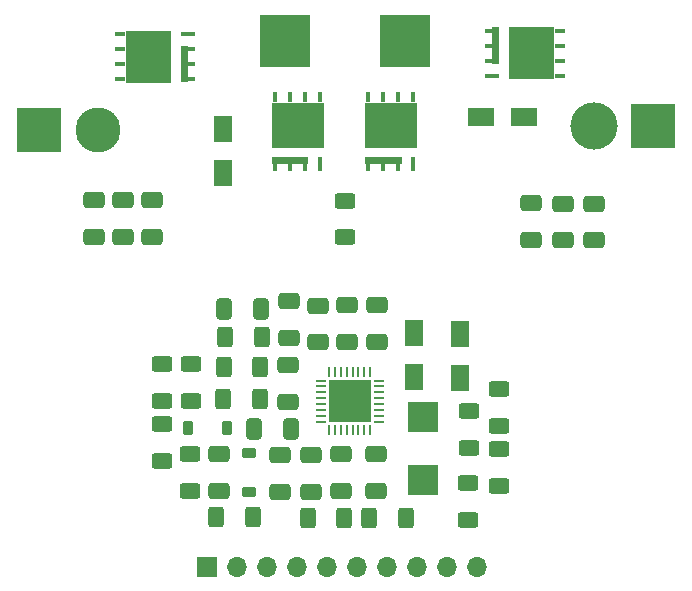
<source format=gts>
G04 #@! TF.GenerationSoftware,KiCad,Pcbnew,7.0.1*
G04 #@! TF.CreationDate,2023-11-01T02:09:25-07:00*
G04 #@! TF.ProjectId,KENESP32LTC370TEST,4b454e45-5350-4333-924c-544333373054,rev?*
G04 #@! TF.SameCoordinates,Original*
G04 #@! TF.FileFunction,Soldermask,Top*
G04 #@! TF.FilePolarity,Negative*
%FSLAX46Y46*%
G04 Gerber Fmt 4.6, Leading zero omitted, Abs format (unit mm)*
G04 Created by KiCad (PCBNEW 7.0.1) date 2023-11-01 02:09:25*
%MOMM*%
%LPD*%
G01*
G04 APERTURE LIST*
G04 Aperture macros list*
%AMRoundRect*
0 Rectangle with rounded corners*
0 $1 Rounding radius*
0 $2 $3 $4 $5 $6 $7 $8 $9 X,Y pos of 4 corners*
0 Add a 4 corners polygon primitive as box body*
4,1,4,$2,$3,$4,$5,$6,$7,$8,$9,$2,$3,0*
0 Add four circle primitives for the rounded corners*
1,1,$1+$1,$2,$3*
1,1,$1+$1,$4,$5*
1,1,$1+$1,$6,$7*
1,1,$1+$1,$8,$9*
0 Add four rect primitives between the rounded corners*
20,1,$1+$1,$2,$3,$4,$5,0*
20,1,$1+$1,$4,$5,$6,$7,0*
20,1,$1+$1,$6,$7,$8,$9,0*
20,1,$1+$1,$8,$9,$2,$3,0*%
G04 Aperture macros list end*
%ADD10C,4.000000*%
%ADD11R,3.800000X3.800000*%
%ADD12C,3.800000*%
%ADD13RoundRect,0.250000X-0.650000X0.412500X-0.650000X-0.412500X0.650000X-0.412500X0.650000X0.412500X0*%
%ADD14RoundRect,0.250000X-0.400000X-0.625000X0.400000X-0.625000X0.400000X0.625000X-0.400000X0.625000X0*%
%ADD15RoundRect,0.250000X-0.625000X0.400000X-0.625000X-0.400000X0.625000X-0.400000X0.625000X0.400000X0*%
%ADD16R,3.550000X3.550000*%
%ADD17R,0.249200X0.804800*%
%ADD18R,0.804800X0.249200*%
%ADD19RoundRect,0.250000X0.625000X-0.400000X0.625000X0.400000X-0.625000X0.400000X-0.625000X-0.400000X0*%
%ADD20RoundRect,0.250000X0.400000X0.625000X-0.400000X0.625000X-0.400000X-0.625000X0.400000X-0.625000X0*%
%ADD21R,0.965200X0.431800*%
%ADD22R,1.143000X0.431800*%
%ADD23R,0.431800X1.143000*%
%ADD24R,0.431800X0.965200*%
%ADD25R,4.241800X4.521200*%
%ADD26O,1.700000X1.700000*%
%ADD27R,1.700000X1.700000*%
%ADD28R,1.625600X2.184400*%
%ADD29R,2.184400X1.625600*%
%ADD30RoundRect,0.225000X0.375000X-0.225000X0.375000X0.225000X-0.375000X0.225000X-0.375000X-0.225000X0*%
%ADD31RoundRect,0.225000X-0.225000X-0.375000X0.225000X-0.375000X0.225000X0.375000X-0.225000X0.375000X0*%
%ADD32RoundRect,0.250000X0.650000X-0.412500X0.650000X0.412500X-0.650000X0.412500X-0.650000X-0.412500X0*%
%ADD33RoundRect,0.250000X-0.412500X-0.650000X0.412500X-0.650000X0.412500X0.650000X-0.412500X0.650000X0*%
%ADD34R,2.499995X2.560396*%
%ADD35RoundRect,0.250000X0.412500X0.650000X-0.412500X0.650000X-0.412500X-0.650000X0.412500X-0.650000X0*%
G04 APERTURE END LIST*
G36*
X131764800Y-111201700D02*
G01*
X131180600Y-111201700D01*
X131180600Y-108128300D01*
X131764800Y-108128300D01*
X131764800Y-111201700D01*
G37*
G36*
X136413000Y-112497100D02*
G01*
X132603000Y-112497100D01*
X132603000Y-108102900D01*
X136413000Y-108102900D01*
X136413000Y-112497100D01*
G37*
G36*
X124797100Y-118297000D02*
G01*
X120402900Y-118297000D01*
X120402900Y-114487000D01*
X124797100Y-114487000D01*
X124797100Y-118297000D01*
G37*
G36*
X123501700Y-119719400D02*
G01*
X120428300Y-119719400D01*
X120428300Y-119135200D01*
X123501700Y-119135200D01*
X123501700Y-119719400D01*
G37*
G36*
X115601700Y-119719400D02*
G01*
X112528300Y-119719400D01*
X112528300Y-119135200D01*
X115601700Y-119135200D01*
X115601700Y-119719400D01*
G37*
G36*
X116897100Y-118297000D02*
G01*
X112502900Y-118297000D01*
X112502900Y-114487000D01*
X116897100Y-114487000D01*
X116897100Y-118297000D01*
G37*
G36*
X103997000Y-112797100D02*
G01*
X100187000Y-112797100D01*
X100187000Y-108402900D01*
X103997000Y-108402900D01*
X103997000Y-112797100D01*
G37*
G36*
X105419400Y-112771700D02*
G01*
X104835200Y-112771700D01*
X104835200Y-109698300D01*
X105419400Y-109698300D01*
X105419400Y-112771700D01*
G37*
D10*
X139800000Y-116500000D03*
D11*
X144800000Y-116500000D03*
D12*
X97800000Y-116800000D03*
D11*
X92800000Y-116800000D03*
D13*
X121400000Y-131600000D03*
X121400000Y-134725000D03*
D14*
X120750000Y-149637500D03*
X123850000Y-149637500D03*
D15*
X118700000Y-122800000D03*
X118700000Y-125900000D03*
D16*
X119100000Y-139775000D03*
D17*
X117350001Y-137322600D03*
X117850000Y-137322600D03*
X118349999Y-137322600D03*
X118850000Y-137322600D03*
X119350000Y-137322600D03*
X119850001Y-137322600D03*
X120350000Y-137322600D03*
X120849999Y-137322600D03*
D18*
X121552400Y-138025001D03*
X121552400Y-138525000D03*
X121552400Y-139024999D03*
X121552400Y-139525000D03*
X121552400Y-140025000D03*
X121552400Y-140525001D03*
X121552400Y-141025000D03*
X121552400Y-141524999D03*
D17*
X120849999Y-142227400D03*
X120350000Y-142227400D03*
X119850001Y-142227400D03*
X119350000Y-142227400D03*
X118850000Y-142227400D03*
X118349999Y-142227400D03*
X117850000Y-142227400D03*
X117350001Y-142227400D03*
D18*
X116647600Y-141524999D03*
X116647600Y-141025000D03*
X116647600Y-140525001D03*
X116647600Y-140025000D03*
X116647600Y-139525000D03*
X116647600Y-139024999D03*
X116647600Y-138525000D03*
X116647600Y-138025001D03*
D14*
X118650000Y-149637500D03*
X115550000Y-149637500D03*
D19*
X129250000Y-140637500D03*
X129250000Y-143737500D03*
X131725300Y-146937500D03*
X131725300Y-143837500D03*
X131750000Y-141837500D03*
X131750000Y-138737500D03*
X105550000Y-147337500D03*
X105550000Y-144237500D03*
D15*
X105650000Y-136637500D03*
X105650000Y-139737500D03*
D19*
X103250000Y-139737500D03*
X103250000Y-136637500D03*
D20*
X111650000Y-134337500D03*
X108550000Y-134337500D03*
X111500000Y-139575000D03*
X108400000Y-139575000D03*
X111550000Y-136875000D03*
X108450000Y-136875000D03*
D19*
X103250000Y-141737500D03*
X103250000Y-144837500D03*
D15*
X129150000Y-146737500D03*
X129150000Y-149837500D03*
D14*
X110900000Y-149537500D03*
X107800000Y-149537500D03*
D21*
X136895600Y-108395000D03*
X136895600Y-110935000D03*
D22*
X131193300Y-110935000D03*
D21*
X136895600Y-109665000D03*
X136895600Y-112205000D03*
D22*
X131193300Y-112205000D03*
X131193300Y-109665000D03*
X131193300Y-108395000D03*
D23*
X120695000Y-119706700D03*
X121965000Y-119706700D03*
X124505000Y-119706700D03*
D24*
X124505000Y-114004400D03*
X121965000Y-114004400D03*
D23*
X123235000Y-119706700D03*
D24*
X123235000Y-114004400D03*
X120695000Y-114004400D03*
X112795000Y-114004400D03*
X115335000Y-114004400D03*
D23*
X115335000Y-119706700D03*
D24*
X114065000Y-114004400D03*
X116605000Y-114004400D03*
D23*
X116605000Y-119706700D03*
X114065000Y-119706700D03*
X112795000Y-119706700D03*
D22*
X105406700Y-112505000D03*
X105406700Y-111235000D03*
X105406700Y-108695000D03*
D21*
X99704400Y-108695000D03*
X99704400Y-111235000D03*
D22*
X105406700Y-109965000D03*
D21*
X99704400Y-109965000D03*
X99704400Y-112505000D03*
D25*
X113625001Y-109241500D03*
X123774999Y-109241500D03*
D26*
X129920000Y-153800000D03*
X127380000Y-153800000D03*
X124840000Y-153800000D03*
X122300000Y-153800000D03*
X119760000Y-153800000D03*
X117220000Y-153800000D03*
X114680000Y-153800000D03*
X112140000Y-153800000D03*
X109600000Y-153800000D03*
D27*
X107060000Y-153800000D03*
D28*
X128450000Y-137791700D03*
X128450000Y-134083300D03*
X108400000Y-116745800D03*
X108400000Y-120454200D03*
D29*
X130191600Y-115700000D03*
X133900000Y-115700000D03*
D28*
X124550000Y-134037500D03*
X124550000Y-137745900D03*
D30*
X110550000Y-144187500D03*
X110550000Y-147487500D03*
D31*
X108750000Y-142037500D03*
X105450000Y-142037500D03*
D13*
X113250000Y-147462500D03*
X113250000Y-144337500D03*
D32*
X118350000Y-144237500D03*
X118350000Y-147362500D03*
X121350000Y-147362500D03*
X121350000Y-144237500D03*
D33*
X114150000Y-142137500D03*
X111025000Y-142137500D03*
D32*
X115850000Y-144337500D03*
X115850000Y-147462500D03*
D34*
X125350000Y-146481888D03*
X125350000Y-141137500D03*
D32*
X118900000Y-131637500D03*
X118900000Y-134762500D03*
X108050000Y-144275000D03*
X108050000Y-147400000D03*
D13*
X114000000Y-134400000D03*
X114000000Y-131275000D03*
D35*
X108511000Y-131982800D03*
X111636000Y-131982800D03*
D32*
X113900000Y-136712500D03*
X113900000Y-139837500D03*
D13*
X116400000Y-134800000D03*
X116400000Y-131675000D03*
D32*
X139800000Y-126162500D03*
X139800000Y-123037500D03*
X137150000Y-126162500D03*
X137150000Y-123037500D03*
X134500000Y-126125000D03*
X134500000Y-123000000D03*
X97500000Y-125862500D03*
X97500000Y-122737500D03*
X102400000Y-125862500D03*
X102400000Y-122737500D03*
X99950000Y-125862500D03*
X99950000Y-122737500D03*
M02*

</source>
